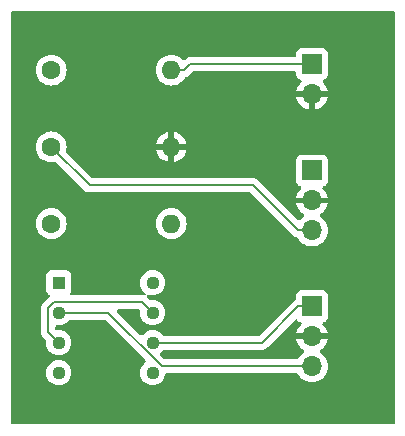
<source format=gbr>
%TF.GenerationSoftware,KiCad,Pcbnew,8.0.8*%
%TF.CreationDate,2025-02-03T10:46:48-05:00*%
%TF.ProjectId,CurrentDriverBoard,43757272-656e-4744-9472-69766572426f,rev?*%
%TF.SameCoordinates,Original*%
%TF.FileFunction,Copper,L2,Bot*%
%TF.FilePolarity,Positive*%
%FSLAX46Y46*%
G04 Gerber Fmt 4.6, Leading zero omitted, Abs format (unit mm)*
G04 Created by KiCad (PCBNEW 8.0.8) date 2025-02-03 10:46:48*
%MOMM*%
%LPD*%
G01*
G04 APERTURE LIST*
%TA.AperFunction,ComponentPad*%
%ADD10R,1.700000X1.700000*%
%TD*%
%TA.AperFunction,ComponentPad*%
%ADD11O,1.700000X1.700000*%
%TD*%
%TA.AperFunction,ComponentPad*%
%ADD12C,1.600000*%
%TD*%
%TA.AperFunction,ComponentPad*%
%ADD13O,1.600000X1.600000*%
%TD*%
%TA.AperFunction,ComponentPad*%
%ADD14R,1.130000X1.130000*%
%TD*%
%TA.AperFunction,ComponentPad*%
%ADD15C,1.130000*%
%TD*%
%TA.AperFunction,Conductor*%
%ADD16C,0.200000*%
%TD*%
G04 APERTURE END LIST*
D10*
%TO.P,J1,1,Pin_1*%
%TO.N,Net-(J1-Pin_1)*%
X160500000Y-93000000D03*
D11*
%TO.P,J1,2,Pin_2*%
%TO.N,Earth*%
X160500000Y-95540000D03*
%TO.P,J1,3,Pin_3*%
%TO.N,Net-(J1-Pin_3)*%
X160500000Y-98080000D03*
%TD*%
D12*
%TO.P,R3,1*%
%TO.N,Net-(R1-Pad1)*%
X138420000Y-86000000D03*
D13*
%TO.P,R3,2*%
%TO.N,Net-(U1-+)*%
X148580000Y-86000000D03*
%TD*%
D12*
%TO.P,R2,1*%
%TO.N,Net-(J2-Pin_3)*%
X138420000Y-79500000D03*
D13*
%TO.P,R2,2*%
%TO.N,Earth*%
X148580000Y-79500000D03*
%TD*%
D10*
%TO.P,J2,1,Pin_1*%
%TO.N,Net-(J1-Pin_3)*%
X160500000Y-81500000D03*
D11*
%TO.P,J2,2,Pin_2*%
%TO.N,Earth*%
X160500000Y-84040000D03*
%TO.P,J2,3,Pin_3*%
%TO.N,Net-(J2-Pin_3)*%
X160500000Y-86580000D03*
%TD*%
D12*
%TO.P,R1,1*%
%TO.N,Net-(R1-Pad1)*%
X138420000Y-73000000D03*
D13*
%TO.P,R1,2*%
%TO.N,Net-(J3-Pin_1)*%
X148580000Y-73000000D03*
%TD*%
D10*
%TO.P,J3,1,Pin_1*%
%TO.N,Net-(J3-Pin_1)*%
X160500000Y-72500000D03*
D11*
%TO.P,J3,2,Pin_2*%
%TO.N,Earth*%
X160500000Y-75040000D03*
%TD*%
D14*
%TO.P,U1,1,NULL*%
%TO.N,unconnected-(U1-NULL-Pad1)*%
X139060000Y-91000000D03*
D15*
%TO.P,U1,2,-*%
%TO.N,Net-(J1-Pin_3)*%
X139060000Y-93540000D03*
%TO.P,U1,3,+*%
%TO.N,Net-(U1-+)*%
X139060000Y-96080000D03*
%TO.P,U1,4,V-*%
%TO.N,unconnected-(U1-V--Pad4)*%
X139060000Y-98620000D03*
%TO.P,U1,5,NULL*%
%TO.N,unconnected-(U1-NULL-Pad5)*%
X147000000Y-98620000D03*
%TO.P,U1,6*%
%TO.N,Net-(J1-Pin_1)*%
X147000000Y-96080000D03*
%TO.P,U1,7,V+*%
%TO.N,Net-(U1-+)*%
X147000000Y-93540000D03*
%TO.P,U1,8,NC*%
%TO.N,unconnected-(U1-NC-Pad8)*%
X147000000Y-91000000D03*
%TD*%
D16*
%TO.N,Net-(J1-Pin_3)*%
X143233000Y-93540000D02*
X147773000Y-98080000D01*
X139060000Y-93540000D02*
X143233000Y-93540000D01*
X147773000Y-98080000D02*
X160500000Y-98080000D01*
%TO.N,Earth*%
X154142000Y-75040000D02*
X160500000Y-75040000D01*
X148580000Y-79500000D02*
X149682000Y-79500000D01*
X149682000Y-79500000D02*
X154142000Y-75040000D01*
%TO.N,Net-(J1-Pin_1)*%
X160500000Y-93000000D02*
X159348000Y-93000000D01*
X159348000Y-93000000D02*
X156268000Y-96080000D01*
X156268000Y-96080000D02*
X147000000Y-96080000D01*
%TO.N,Net-(J2-Pin_3)*%
X155518000Y-82750000D02*
X141670000Y-82750000D01*
X160500000Y-86580000D02*
X159348000Y-86580000D01*
X141670000Y-82750000D02*
X138420000Y-79500000D01*
X159348000Y-86580000D02*
X155518000Y-82750000D01*
%TO.N,Net-(J3-Pin_1)*%
X150182000Y-72500000D02*
X160500000Y-72500000D01*
X148580000Y-73000000D02*
X149682000Y-73000000D01*
X149682000Y-73000000D02*
X150182000Y-72500000D01*
%TO.N,Net-(U1-+)*%
X146121000Y-92661100D02*
X138640000Y-92661100D01*
X138170000Y-93131700D02*
X138170000Y-95189500D01*
X147000000Y-93540000D02*
X146121000Y-92661100D01*
X138170000Y-95189500D02*
X139060000Y-96080000D01*
X138640000Y-92661100D02*
X138170000Y-93131700D01*
%TD*%
%TA.AperFunction,Conductor*%
%TO.N,Earth*%
G36*
X159192662Y-94107086D02*
G01*
X159248593Y-94148955D01*
X159292454Y-94207546D01*
X159338643Y-94242123D01*
X159407664Y-94293793D01*
X159407671Y-94293797D01*
X159469902Y-94317007D01*
X159539598Y-94343002D01*
X159595531Y-94384873D01*
X159619949Y-94450337D01*
X159605098Y-94518610D01*
X159583947Y-94546865D01*
X159461886Y-94668926D01*
X159326400Y-94862420D01*
X159326399Y-94862422D01*
X159226570Y-95076507D01*
X159226567Y-95076513D01*
X159169364Y-95289999D01*
X159169364Y-95290000D01*
X160066988Y-95290000D01*
X160034075Y-95347007D01*
X160000000Y-95474174D01*
X160000000Y-95605826D01*
X160034075Y-95732993D01*
X160066988Y-95790000D01*
X159169364Y-95790000D01*
X159226567Y-96003486D01*
X159226570Y-96003492D01*
X159326399Y-96217578D01*
X159461894Y-96411082D01*
X159628917Y-96578105D01*
X159814595Y-96708119D01*
X159858219Y-96762696D01*
X159865412Y-96832195D01*
X159833890Y-96894549D01*
X159814595Y-96911269D01*
X159628594Y-97041508D01*
X159461506Y-97208596D01*
X159325965Y-97402170D01*
X159325962Y-97402175D01*
X159323289Y-97407909D01*
X159277115Y-97460346D01*
X159210909Y-97479500D01*
X148073098Y-97479500D01*
X148006059Y-97459815D01*
X147985417Y-97443181D01*
X147646323Y-97104087D01*
X147612838Y-97042764D01*
X147617822Y-96973072D01*
X147655339Y-96920553D01*
X147757067Y-96837067D01*
X147848353Y-96725834D01*
X147906098Y-96686501D01*
X147944206Y-96680500D01*
X156181331Y-96680500D01*
X156181347Y-96680501D01*
X156188943Y-96680501D01*
X156347054Y-96680501D01*
X156347057Y-96680501D01*
X156499785Y-96639577D01*
X156549904Y-96610639D01*
X156636716Y-96560520D01*
X156748520Y-96448716D01*
X156748520Y-96448714D01*
X156758728Y-96438507D01*
X156758729Y-96438504D01*
X159061649Y-94135585D01*
X159122970Y-94102102D01*
X159192662Y-94107086D01*
G37*
%TD.AperFunction*%
%TA.AperFunction,Conductor*%
G36*
X167442539Y-68020185D02*
G01*
X167488294Y-68072989D01*
X167499500Y-68124500D01*
X167499500Y-102875500D01*
X167479815Y-102942539D01*
X167427011Y-102988294D01*
X167375500Y-102999500D01*
X135124500Y-102999500D01*
X135057461Y-102979815D01*
X135011706Y-102927011D01*
X135000500Y-102875500D01*
X135000500Y-98620000D01*
X137989345Y-98620000D01*
X138009917Y-98828876D01*
X138070844Y-99029723D01*
X138169779Y-99214818D01*
X138169783Y-99214825D01*
X138302932Y-99377067D01*
X138465174Y-99510216D01*
X138465181Y-99510220D01*
X138650276Y-99609155D01*
X138650278Y-99609156D01*
X138851126Y-99670083D01*
X139060000Y-99690655D01*
X139268874Y-99670083D01*
X139469722Y-99609156D01*
X139654824Y-99510217D01*
X139817067Y-99377067D01*
X139950217Y-99214824D01*
X140049156Y-99029722D01*
X140110083Y-98828874D01*
X140130655Y-98620000D01*
X140110083Y-98411126D01*
X140049156Y-98210278D01*
X139979521Y-98080000D01*
X139950220Y-98025181D01*
X139950216Y-98025174D01*
X139817067Y-97862932D01*
X139654825Y-97729783D01*
X139654818Y-97729779D01*
X139469723Y-97630844D01*
X139268876Y-97569917D01*
X139060000Y-97549345D01*
X138851123Y-97569917D01*
X138650276Y-97630844D01*
X138465181Y-97729779D01*
X138465174Y-97729783D01*
X138302932Y-97862932D01*
X138169783Y-98025174D01*
X138169779Y-98025181D01*
X138070844Y-98210276D01*
X138009917Y-98411123D01*
X137989345Y-98620000D01*
X135000500Y-98620000D01*
X135000500Y-93053018D01*
X137569449Y-93053018D01*
X137569500Y-93132865D01*
X137569500Y-95187609D01*
X137569477Y-95268400D01*
X137569495Y-95268540D01*
X137589381Y-95342757D01*
X137589389Y-95342788D01*
X137610359Y-95421134D01*
X137610388Y-95421204D01*
X137610416Y-95421272D01*
X137649873Y-95489614D01*
X137649890Y-95489644D01*
X137689377Y-95558082D01*
X137689479Y-95558214D01*
X137689480Y-95558216D01*
X137746292Y-95615028D01*
X137746309Y-95615058D01*
X137746316Y-95615052D01*
X137967785Y-95836646D01*
X138001253Y-95897978D01*
X138003482Y-95936455D01*
X137989345Y-96079999D01*
X138009917Y-96288876D01*
X138070844Y-96489723D01*
X138169779Y-96674818D01*
X138169783Y-96674825D01*
X138302932Y-96837067D01*
X138465174Y-96970216D01*
X138465181Y-96970220D01*
X138598548Y-97041506D01*
X138650278Y-97069156D01*
X138851126Y-97130083D01*
X139060000Y-97150655D01*
X139268874Y-97130083D01*
X139469722Y-97069156D01*
X139654824Y-96970217D01*
X139817067Y-96837067D01*
X139950217Y-96674824D01*
X140049156Y-96489722D01*
X140110083Y-96288874D01*
X140130655Y-96080000D01*
X140110083Y-95871126D01*
X140049156Y-95670278D01*
X139978909Y-95538855D01*
X139950220Y-95485181D01*
X139950216Y-95485174D01*
X139817067Y-95322932D01*
X139654825Y-95189783D01*
X139654818Y-95189779D01*
X139469723Y-95090844D01*
X139268876Y-95029917D01*
X139060000Y-95009345D01*
X138917138Y-95023414D01*
X138848492Y-95010394D01*
X138817279Y-94987667D01*
X138806794Y-94977176D01*
X138773326Y-94915843D01*
X138770500Y-94889520D01*
X138770500Y-94718955D01*
X138790185Y-94651916D01*
X138842989Y-94606161D01*
X138906654Y-94595552D01*
X139060000Y-94610655D01*
X139268874Y-94590083D01*
X139469722Y-94529156D01*
X139654824Y-94430217D01*
X139817067Y-94297067D01*
X139908353Y-94185834D01*
X139966098Y-94146501D01*
X140004206Y-94140500D01*
X142932903Y-94140500D01*
X142999942Y-94160185D01*
X143020584Y-94176819D01*
X146400912Y-97557147D01*
X146434397Y-97618470D01*
X146429413Y-97688162D01*
X146391896Y-97740681D01*
X146242932Y-97862932D01*
X146109783Y-98025174D01*
X146109779Y-98025181D01*
X146010844Y-98210276D01*
X145949917Y-98411123D01*
X145929345Y-98620000D01*
X145949917Y-98828876D01*
X146010844Y-99029723D01*
X146109779Y-99214818D01*
X146109783Y-99214825D01*
X146242932Y-99377067D01*
X146405174Y-99510216D01*
X146405181Y-99510220D01*
X146590276Y-99609155D01*
X146590278Y-99609156D01*
X146791126Y-99670083D01*
X147000000Y-99690655D01*
X147208874Y-99670083D01*
X147409722Y-99609156D01*
X147594824Y-99510217D01*
X147757067Y-99377067D01*
X147890217Y-99214824D01*
X147989156Y-99029722D01*
X148050083Y-98828874D01*
X148053681Y-98792345D01*
X148079842Y-98727558D01*
X148136877Y-98687200D01*
X148177084Y-98680500D01*
X159210909Y-98680500D01*
X159277948Y-98700185D01*
X159323292Y-98752097D01*
X159325965Y-98757830D01*
X159461505Y-98951401D01*
X159628599Y-99118495D01*
X159725384Y-99186265D01*
X159822165Y-99254032D01*
X159822167Y-99254033D01*
X159822170Y-99254035D01*
X160036337Y-99353903D01*
X160264592Y-99415063D01*
X160452918Y-99431539D01*
X160499999Y-99435659D01*
X160500000Y-99435659D01*
X160500001Y-99435659D01*
X160539234Y-99432226D01*
X160735408Y-99415063D01*
X160963663Y-99353903D01*
X161177830Y-99254035D01*
X161371401Y-99118495D01*
X161538495Y-98951401D01*
X161674035Y-98757830D01*
X161773903Y-98543663D01*
X161835063Y-98315408D01*
X161855659Y-98080000D01*
X161835063Y-97844592D01*
X161773903Y-97616337D01*
X161674035Y-97402171D01*
X161674034Y-97402169D01*
X161538494Y-97208597D01*
X161371402Y-97041506D01*
X161371401Y-97041505D01*
X161185405Y-96911269D01*
X161141781Y-96856692D01*
X161134588Y-96787193D01*
X161166110Y-96724839D01*
X161185405Y-96708119D01*
X161371082Y-96578105D01*
X161538105Y-96411082D01*
X161673600Y-96217578D01*
X161773429Y-96003492D01*
X161773432Y-96003486D01*
X161830636Y-95790000D01*
X160933012Y-95790000D01*
X160965925Y-95732993D01*
X161000000Y-95605826D01*
X161000000Y-95474174D01*
X160965925Y-95347007D01*
X160933012Y-95290000D01*
X161830636Y-95290000D01*
X161830635Y-95289999D01*
X161773432Y-95076513D01*
X161773429Y-95076507D01*
X161673600Y-94862422D01*
X161673599Y-94862420D01*
X161538113Y-94668926D01*
X161538108Y-94668920D01*
X161416053Y-94546865D01*
X161382568Y-94485542D01*
X161387552Y-94415850D01*
X161429424Y-94359917D01*
X161460400Y-94343002D01*
X161592331Y-94293796D01*
X161707546Y-94207546D01*
X161793796Y-94092331D01*
X161844091Y-93957483D01*
X161850500Y-93897873D01*
X161850499Y-92102128D01*
X161844091Y-92042517D01*
X161843493Y-92040915D01*
X161793797Y-91907671D01*
X161793793Y-91907664D01*
X161707547Y-91792455D01*
X161707544Y-91792452D01*
X161592335Y-91706206D01*
X161592328Y-91706202D01*
X161457482Y-91655908D01*
X161457483Y-91655908D01*
X161397883Y-91649501D01*
X161397881Y-91649500D01*
X161397873Y-91649500D01*
X161397864Y-91649500D01*
X159602129Y-91649500D01*
X159602123Y-91649501D01*
X159542516Y-91655908D01*
X159407671Y-91706202D01*
X159407664Y-91706206D01*
X159292455Y-91792452D01*
X159292452Y-91792455D01*
X159206206Y-91907664D01*
X159206202Y-91907671D01*
X159155908Y-92042517D01*
X159149549Y-92101671D01*
X159149501Y-92102123D01*
X159149500Y-92102135D01*
X159149500Y-92349614D01*
X159129815Y-92416653D01*
X159087500Y-92457001D01*
X158979287Y-92519477D01*
X158979282Y-92519481D01*
X156055584Y-95443181D01*
X155994261Y-95476666D01*
X155967903Y-95479500D01*
X147944206Y-95479500D01*
X147877167Y-95459815D01*
X147848353Y-95434165D01*
X147840553Y-95424661D01*
X147823911Y-95404383D01*
X147757067Y-95322932D01*
X147594825Y-95189783D01*
X147594818Y-95189779D01*
X147409723Y-95090844D01*
X147208876Y-95029917D01*
X147000000Y-95009345D01*
X146791123Y-95029917D01*
X146590276Y-95090844D01*
X146405181Y-95189779D01*
X146405174Y-95189783D01*
X146242932Y-95322932D01*
X146159446Y-95424661D01*
X146101700Y-95463995D01*
X146031856Y-95465866D01*
X145975912Y-95433677D01*
X144015516Y-93473281D01*
X143982031Y-93411958D01*
X143987015Y-93342266D01*
X144028887Y-93286333D01*
X144094351Y-93261916D01*
X144103197Y-93261600D01*
X145819952Y-93261600D01*
X145886991Y-93281285D01*
X145932746Y-93334089D01*
X145943355Y-93397754D01*
X145929345Y-93540000D01*
X145949917Y-93748876D01*
X146010844Y-93949723D01*
X146109779Y-94134818D01*
X146109783Y-94134825D01*
X146242932Y-94297067D01*
X146405174Y-94430216D01*
X146405181Y-94430220D01*
X146508682Y-94485542D01*
X146590278Y-94529156D01*
X146791126Y-94590083D01*
X147000000Y-94610655D01*
X147208874Y-94590083D01*
X147409722Y-94529156D01*
X147594824Y-94430217D01*
X147757067Y-94297067D01*
X147890217Y-94134824D01*
X147989156Y-93949722D01*
X148050083Y-93748874D01*
X148070655Y-93540000D01*
X148050083Y-93331126D01*
X147989156Y-93130278D01*
X147907034Y-92976638D01*
X147890220Y-92945181D01*
X147890216Y-92945174D01*
X147757067Y-92782932D01*
X147594825Y-92649783D01*
X147594818Y-92649779D01*
X147409723Y-92550844D01*
X147208876Y-92489917D01*
X147000000Y-92469345D01*
X146856726Y-92483455D01*
X146788080Y-92470436D01*
X146756897Y-92447738D01*
X146551614Y-92242478D01*
X146521194Y-92212058D01*
X146487709Y-92150735D01*
X146492693Y-92081043D01*
X146534565Y-92025110D01*
X146600029Y-92000693D01*
X146644871Y-92005717D01*
X146755456Y-92039262D01*
X146791126Y-92050083D01*
X147000000Y-92070655D01*
X147208874Y-92050083D01*
X147409722Y-91989156D01*
X147594824Y-91890217D01*
X147757067Y-91757067D01*
X147890217Y-91594824D01*
X147989156Y-91409722D01*
X148050083Y-91208874D01*
X148070655Y-91000000D01*
X148050083Y-90791126D01*
X147989156Y-90590278D01*
X147890217Y-90405176D01*
X147890216Y-90405174D01*
X147757067Y-90242932D01*
X147594825Y-90109783D01*
X147594818Y-90109779D01*
X147409723Y-90010844D01*
X147208876Y-89949917D01*
X147000000Y-89929345D01*
X146791123Y-89949917D01*
X146590276Y-90010844D01*
X146405181Y-90109779D01*
X146405174Y-90109783D01*
X146242932Y-90242932D01*
X146109783Y-90405174D01*
X146109779Y-90405181D01*
X146010844Y-90590276D01*
X145949917Y-90791123D01*
X145929345Y-91000000D01*
X145949917Y-91208876D01*
X146010844Y-91409723D01*
X146109779Y-91594818D01*
X146109783Y-91594825D01*
X146242932Y-91757067D01*
X146369061Y-91860578D01*
X146408395Y-91918323D01*
X146410266Y-91988168D01*
X146374079Y-92047936D01*
X146311323Y-92078652D01*
X146258305Y-92076206D01*
X146200053Y-92060598D01*
X146200027Y-92060595D01*
X146200023Y-92060595D01*
X146129749Y-92060599D01*
X146112180Y-92060600D01*
X140126921Y-92060600D01*
X140059882Y-92040915D01*
X140014127Y-91988111D01*
X140004183Y-91918953D01*
X140027655Y-91862289D01*
X140068793Y-91807335D01*
X140068792Y-91807335D01*
X140068796Y-91807331D01*
X140119091Y-91672483D01*
X140125500Y-91612873D01*
X140125499Y-90387128D01*
X140119091Y-90327517D01*
X140087543Y-90242933D01*
X140068797Y-90192671D01*
X140068793Y-90192664D01*
X139982547Y-90077455D01*
X139982544Y-90077452D01*
X139867335Y-89991206D01*
X139867328Y-89991202D01*
X139732482Y-89940908D01*
X139732483Y-89940908D01*
X139672883Y-89934501D01*
X139672881Y-89934500D01*
X139672873Y-89934500D01*
X139672864Y-89934500D01*
X138447129Y-89934500D01*
X138447123Y-89934501D01*
X138387516Y-89940908D01*
X138252671Y-89991202D01*
X138252664Y-89991206D01*
X138137455Y-90077452D01*
X138137452Y-90077455D01*
X138051206Y-90192664D01*
X138051202Y-90192671D01*
X138000908Y-90327517D01*
X137994501Y-90387116D01*
X137994501Y-90387123D01*
X137994500Y-90387135D01*
X137994500Y-91612870D01*
X137994501Y-91612876D01*
X138000908Y-91672483D01*
X138051202Y-91807328D01*
X138051206Y-91807335D01*
X138113252Y-91890216D01*
X138137454Y-91922546D01*
X138246963Y-92004525D01*
X138288834Y-92060458D01*
X138293818Y-92130150D01*
X138260391Y-92191415D01*
X138239775Y-92212058D01*
X138216171Y-92235692D01*
X138159480Y-92292384D01*
X138154207Y-92297657D01*
X138153646Y-92298296D01*
X137746401Y-92706062D01*
X137689480Y-92762984D01*
X137689472Y-92762992D01*
X137689361Y-92763138D01*
X137689254Y-92763275D01*
X137650408Y-92830658D01*
X137650370Y-92830723D01*
X137610418Y-92899922D01*
X137610286Y-92900243D01*
X137610280Y-92900255D01*
X137589885Y-92976564D01*
X137589865Y-92976637D01*
X137569496Y-93052655D01*
X137569449Y-93053018D01*
X135000500Y-93053018D01*
X135000500Y-85999998D01*
X137114532Y-85999998D01*
X137114532Y-86000001D01*
X137134364Y-86226686D01*
X137134366Y-86226697D01*
X137193258Y-86446488D01*
X137193261Y-86446497D01*
X137289431Y-86652732D01*
X137289432Y-86652734D01*
X137419954Y-86839141D01*
X137580858Y-87000045D01*
X137580861Y-87000047D01*
X137767266Y-87130568D01*
X137973504Y-87226739D01*
X138193308Y-87285635D01*
X138355230Y-87299801D01*
X138419998Y-87305468D01*
X138420000Y-87305468D01*
X138420002Y-87305468D01*
X138476673Y-87300509D01*
X138646692Y-87285635D01*
X138866496Y-87226739D01*
X139072734Y-87130568D01*
X139259139Y-87000047D01*
X139420047Y-86839139D01*
X139550568Y-86652734D01*
X139646739Y-86446496D01*
X139705635Y-86226692D01*
X139725468Y-86000000D01*
X139725468Y-85999998D01*
X147274532Y-85999998D01*
X147274532Y-86000001D01*
X147294364Y-86226686D01*
X147294366Y-86226697D01*
X147353258Y-86446488D01*
X147353261Y-86446497D01*
X147449431Y-86652732D01*
X147449432Y-86652734D01*
X147579954Y-86839141D01*
X147740858Y-87000045D01*
X147740861Y-87000047D01*
X147927266Y-87130568D01*
X148133504Y-87226739D01*
X148353308Y-87285635D01*
X148515230Y-87299801D01*
X148579998Y-87305468D01*
X148580000Y-87305468D01*
X148580002Y-87305468D01*
X148636673Y-87300509D01*
X148806692Y-87285635D01*
X149026496Y-87226739D01*
X149232734Y-87130568D01*
X149419139Y-87000047D01*
X149580047Y-86839139D01*
X149710568Y-86652734D01*
X149806739Y-86446496D01*
X149865635Y-86226692D01*
X149885468Y-86000000D01*
X149865635Y-85773308D01*
X149806739Y-85553504D01*
X149710568Y-85347266D01*
X149580047Y-85160861D01*
X149580045Y-85160858D01*
X149419141Y-84999954D01*
X149232734Y-84869432D01*
X149232732Y-84869431D01*
X149026497Y-84773261D01*
X149026488Y-84773258D01*
X148806697Y-84714366D01*
X148806693Y-84714365D01*
X148806692Y-84714365D01*
X148806691Y-84714364D01*
X148806686Y-84714364D01*
X148580002Y-84694532D01*
X148579998Y-84694532D01*
X148353313Y-84714364D01*
X148353302Y-84714366D01*
X148133511Y-84773258D01*
X148133502Y-84773261D01*
X147927267Y-84869431D01*
X147927265Y-84869432D01*
X147740858Y-84999954D01*
X147579954Y-85160858D01*
X147449432Y-85347265D01*
X147449431Y-85347267D01*
X147353261Y-85553502D01*
X147353258Y-85553511D01*
X147294366Y-85773302D01*
X147294364Y-85773313D01*
X147274532Y-85999998D01*
X139725468Y-85999998D01*
X139705635Y-85773308D01*
X139646739Y-85553504D01*
X139550568Y-85347266D01*
X139420047Y-85160861D01*
X139420045Y-85160858D01*
X139259141Y-84999954D01*
X139072734Y-84869432D01*
X139072732Y-84869431D01*
X138866497Y-84773261D01*
X138866488Y-84773258D01*
X138646697Y-84714366D01*
X138646693Y-84714365D01*
X138646692Y-84714365D01*
X138646691Y-84714364D01*
X138646686Y-84714364D01*
X138420002Y-84694532D01*
X138419998Y-84694532D01*
X138193313Y-84714364D01*
X138193302Y-84714366D01*
X137973511Y-84773258D01*
X137973502Y-84773261D01*
X137767267Y-84869431D01*
X137767265Y-84869432D01*
X137580858Y-84999954D01*
X137419954Y-85160858D01*
X137289432Y-85347265D01*
X137289431Y-85347267D01*
X137193261Y-85553502D01*
X137193258Y-85553511D01*
X137134366Y-85773302D01*
X137134364Y-85773313D01*
X137114532Y-85999998D01*
X135000500Y-85999998D01*
X135000500Y-79499998D01*
X137114532Y-79499998D01*
X137114532Y-79500001D01*
X137134364Y-79726686D01*
X137134366Y-79726697D01*
X137193258Y-79946488D01*
X137193261Y-79946497D01*
X137289431Y-80152732D01*
X137289432Y-80152734D01*
X137419954Y-80339141D01*
X137580858Y-80500045D01*
X137580861Y-80500047D01*
X137767266Y-80630568D01*
X137973504Y-80726739D01*
X138193308Y-80785635D01*
X138355230Y-80799801D01*
X138419998Y-80805468D01*
X138420000Y-80805468D01*
X138420002Y-80805468D01*
X138476673Y-80800509D01*
X138646692Y-80785635D01*
X138742932Y-80759847D01*
X138812781Y-80761510D01*
X138862706Y-80791941D01*
X141185139Y-83114374D01*
X141185149Y-83114385D01*
X141189479Y-83118715D01*
X141189480Y-83118716D01*
X141301284Y-83230520D01*
X141388095Y-83280639D01*
X141388097Y-83280641D01*
X141426151Y-83302611D01*
X141438215Y-83309577D01*
X141590943Y-83350500D01*
X141749057Y-83350500D01*
X155217903Y-83350500D01*
X155284942Y-83370185D01*
X155305584Y-83386819D01*
X158863139Y-86944374D01*
X158863149Y-86944385D01*
X158867479Y-86948715D01*
X158867480Y-86948716D01*
X158979284Y-87060520D01*
X159066095Y-87110639D01*
X159066097Y-87110641D01*
X159116213Y-87139576D01*
X159116215Y-87139577D01*
X159237049Y-87171954D01*
X159296707Y-87208318D01*
X159317333Y-87239320D01*
X159325965Y-87257830D01*
X159325966Y-87257832D01*
X159325967Y-87257833D01*
X159325967Y-87257834D01*
X159434281Y-87412521D01*
X159461505Y-87451401D01*
X159628599Y-87618495D01*
X159725384Y-87686265D01*
X159822165Y-87754032D01*
X159822167Y-87754033D01*
X159822170Y-87754035D01*
X160036337Y-87853903D01*
X160264592Y-87915063D01*
X160452918Y-87931539D01*
X160499999Y-87935659D01*
X160500000Y-87935659D01*
X160500001Y-87935659D01*
X160539234Y-87932226D01*
X160735408Y-87915063D01*
X160963663Y-87853903D01*
X161177830Y-87754035D01*
X161371401Y-87618495D01*
X161538495Y-87451401D01*
X161674035Y-87257830D01*
X161773903Y-87043663D01*
X161835063Y-86815408D01*
X161855659Y-86580000D01*
X161835063Y-86344592D01*
X161773903Y-86116337D01*
X161674035Y-85902171D01*
X161583801Y-85773302D01*
X161538494Y-85708597D01*
X161371402Y-85541506D01*
X161371401Y-85541505D01*
X161185405Y-85411269D01*
X161141781Y-85356692D01*
X161134588Y-85287193D01*
X161166110Y-85224839D01*
X161185405Y-85208119D01*
X161371082Y-85078105D01*
X161538105Y-84911082D01*
X161673600Y-84717578D01*
X161773429Y-84503492D01*
X161773432Y-84503486D01*
X161830636Y-84290000D01*
X160933012Y-84290000D01*
X160965925Y-84232993D01*
X161000000Y-84105826D01*
X161000000Y-83974174D01*
X160965925Y-83847007D01*
X160933012Y-83790000D01*
X161830636Y-83790000D01*
X161830635Y-83789999D01*
X161773432Y-83576513D01*
X161773429Y-83576507D01*
X161673600Y-83362422D01*
X161673599Y-83362420D01*
X161538113Y-83168926D01*
X161538108Y-83168920D01*
X161416053Y-83046865D01*
X161382568Y-82985542D01*
X161387552Y-82915850D01*
X161429424Y-82859917D01*
X161460400Y-82843002D01*
X161592331Y-82793796D01*
X161707546Y-82707546D01*
X161793796Y-82592331D01*
X161844091Y-82457483D01*
X161850500Y-82397873D01*
X161850499Y-80602128D01*
X161844091Y-80542517D01*
X161828105Y-80499657D01*
X161793797Y-80407671D01*
X161793793Y-80407664D01*
X161707547Y-80292455D01*
X161707544Y-80292452D01*
X161592335Y-80206206D01*
X161592328Y-80206202D01*
X161457482Y-80155908D01*
X161457483Y-80155908D01*
X161397883Y-80149501D01*
X161397881Y-80149500D01*
X161397873Y-80149500D01*
X161397864Y-80149500D01*
X159602129Y-80149500D01*
X159602123Y-80149501D01*
X159542516Y-80155908D01*
X159407671Y-80206202D01*
X159407664Y-80206206D01*
X159292455Y-80292452D01*
X159292452Y-80292455D01*
X159206206Y-80407664D01*
X159206202Y-80407671D01*
X159155908Y-80542517D01*
X159149501Y-80602116D01*
X159149501Y-80602123D01*
X159149500Y-80602135D01*
X159149500Y-82397870D01*
X159149501Y-82397876D01*
X159155908Y-82457483D01*
X159206202Y-82592328D01*
X159206206Y-82592335D01*
X159292452Y-82707544D01*
X159292455Y-82707547D01*
X159407664Y-82793793D01*
X159407671Y-82793797D01*
X159407674Y-82793798D01*
X159539598Y-82843002D01*
X159595531Y-82884873D01*
X159619949Y-82950337D01*
X159605098Y-83018610D01*
X159583947Y-83046865D01*
X159461886Y-83168926D01*
X159326400Y-83362420D01*
X159326399Y-83362422D01*
X159226570Y-83576507D01*
X159226567Y-83576513D01*
X159169364Y-83789999D01*
X159169364Y-83790000D01*
X160066988Y-83790000D01*
X160034075Y-83847007D01*
X160000000Y-83974174D01*
X160000000Y-84105826D01*
X160034075Y-84232993D01*
X160066988Y-84290000D01*
X159169364Y-84290000D01*
X159226567Y-84503486D01*
X159226570Y-84503492D01*
X159326399Y-84717578D01*
X159461894Y-84911082D01*
X159628917Y-85078105D01*
X159814595Y-85208119D01*
X159858219Y-85262696D01*
X159865412Y-85332195D01*
X159833890Y-85394549D01*
X159814595Y-85411269D01*
X159628594Y-85541508D01*
X159481350Y-85688753D01*
X159420027Y-85722238D01*
X159350335Y-85717254D01*
X159305988Y-85688753D01*
X156005590Y-82388355D01*
X156005588Y-82388352D01*
X155886717Y-82269481D01*
X155886716Y-82269480D01*
X155799904Y-82219360D01*
X155799904Y-82219359D01*
X155799900Y-82219358D01*
X155749785Y-82190423D01*
X155597057Y-82149499D01*
X155438943Y-82149499D01*
X155431347Y-82149499D01*
X155431331Y-82149500D01*
X141970097Y-82149500D01*
X141903058Y-82129815D01*
X141882416Y-82113181D01*
X139711941Y-79942706D01*
X139678456Y-79881383D01*
X139679847Y-79822931D01*
X139680611Y-79820080D01*
X139705635Y-79726692D01*
X139725468Y-79500000D01*
X139705635Y-79273308D01*
X139699389Y-79249999D01*
X147301127Y-79249999D01*
X147301128Y-79250000D01*
X148264314Y-79250000D01*
X148259920Y-79254394D01*
X148207259Y-79345606D01*
X148180000Y-79447339D01*
X148180000Y-79552661D01*
X148207259Y-79654394D01*
X148259920Y-79745606D01*
X148264314Y-79750000D01*
X147301128Y-79750000D01*
X147353730Y-79946317D01*
X147353734Y-79946326D01*
X147449865Y-80152482D01*
X147580342Y-80338820D01*
X147741179Y-80499657D01*
X147927517Y-80630134D01*
X148133673Y-80726265D01*
X148133682Y-80726269D01*
X148329999Y-80778872D01*
X148330000Y-80778871D01*
X148330000Y-79815686D01*
X148334394Y-79820080D01*
X148425606Y-79872741D01*
X148527339Y-79900000D01*
X148632661Y-79900000D01*
X148734394Y-79872741D01*
X148825606Y-79820080D01*
X148830000Y-79815686D01*
X148830000Y-80778872D01*
X149026317Y-80726269D01*
X149026326Y-80726265D01*
X149232482Y-80630134D01*
X149418820Y-80499657D01*
X149579657Y-80338820D01*
X149710134Y-80152482D01*
X149806265Y-79946326D01*
X149806269Y-79946317D01*
X149858872Y-79750000D01*
X148895686Y-79750000D01*
X148900080Y-79745606D01*
X148952741Y-79654394D01*
X148980000Y-79552661D01*
X148980000Y-79447339D01*
X148952741Y-79345606D01*
X148900080Y-79254394D01*
X148895686Y-79250000D01*
X149858872Y-79250000D01*
X149858872Y-79249999D01*
X149806269Y-79053682D01*
X149806265Y-79053673D01*
X149710134Y-78847517D01*
X149579657Y-78661179D01*
X149418820Y-78500342D01*
X149232482Y-78369865D01*
X149026328Y-78273734D01*
X148830000Y-78221127D01*
X148830000Y-79184314D01*
X148825606Y-79179920D01*
X148734394Y-79127259D01*
X148632661Y-79100000D01*
X148527339Y-79100000D01*
X148425606Y-79127259D01*
X148334394Y-79179920D01*
X148330000Y-79184314D01*
X148330000Y-78221127D01*
X148133671Y-78273734D01*
X147927517Y-78369865D01*
X147741179Y-78500342D01*
X147580342Y-78661179D01*
X147449865Y-78847517D01*
X147353734Y-79053673D01*
X147353730Y-79053682D01*
X147301127Y-79249999D01*
X139699389Y-79249999D01*
X139646739Y-79053504D01*
X139550568Y-78847266D01*
X139420047Y-78660861D01*
X139420045Y-78660858D01*
X139259141Y-78499954D01*
X139072734Y-78369432D01*
X139072732Y-78369431D01*
X138866497Y-78273261D01*
X138866488Y-78273258D01*
X138646697Y-78214366D01*
X138646693Y-78214365D01*
X138646692Y-78214365D01*
X138646691Y-78214364D01*
X138646686Y-78214364D01*
X138420002Y-78194532D01*
X138419998Y-78194532D01*
X138193313Y-78214364D01*
X138193302Y-78214366D01*
X137973511Y-78273258D01*
X137973502Y-78273261D01*
X137767267Y-78369431D01*
X137767265Y-78369432D01*
X137580858Y-78499954D01*
X137419954Y-78660858D01*
X137289432Y-78847265D01*
X137289431Y-78847267D01*
X137193261Y-79053502D01*
X137193258Y-79053511D01*
X137134366Y-79273302D01*
X137134364Y-79273313D01*
X137114532Y-79499998D01*
X135000500Y-79499998D01*
X135000500Y-72999998D01*
X137114532Y-72999998D01*
X137114532Y-73000001D01*
X137134364Y-73226686D01*
X137134366Y-73226697D01*
X137193258Y-73446488D01*
X137193261Y-73446497D01*
X137289431Y-73652732D01*
X137289432Y-73652734D01*
X137419954Y-73839141D01*
X137580858Y-74000045D01*
X137580861Y-74000047D01*
X137767266Y-74130568D01*
X137973504Y-74226739D01*
X138193308Y-74285635D01*
X138355230Y-74299801D01*
X138419998Y-74305468D01*
X138420000Y-74305468D01*
X138420002Y-74305468D01*
X138476673Y-74300509D01*
X138646692Y-74285635D01*
X138866496Y-74226739D01*
X139072734Y-74130568D01*
X139259139Y-74000047D01*
X139420047Y-73839139D01*
X139550568Y-73652734D01*
X139646739Y-73446496D01*
X139705635Y-73226692D01*
X139725468Y-73000000D01*
X139725468Y-72999998D01*
X147274532Y-72999998D01*
X147274532Y-73000001D01*
X147294364Y-73226686D01*
X147294366Y-73226697D01*
X147353258Y-73446488D01*
X147353261Y-73446497D01*
X147449431Y-73652732D01*
X147449432Y-73652734D01*
X147579954Y-73839141D01*
X147740858Y-74000045D01*
X147740861Y-74000047D01*
X147927266Y-74130568D01*
X148133504Y-74226739D01*
X148353308Y-74285635D01*
X148515230Y-74299801D01*
X148579998Y-74305468D01*
X148580000Y-74305468D01*
X148580002Y-74305468D01*
X148636673Y-74300509D01*
X148806692Y-74285635D01*
X149026496Y-74226739D01*
X149232734Y-74130568D01*
X149419139Y-74000047D01*
X149580047Y-73839139D01*
X149710568Y-73652734D01*
X149710571Y-73652726D01*
X149711316Y-73651437D01*
X149711796Y-73650978D01*
X149713673Y-73648299D01*
X149714211Y-73648675D01*
X149761878Y-73603216D01*
X149786604Y-73593655D01*
X149913785Y-73559577D01*
X149963904Y-73530639D01*
X150050716Y-73480520D01*
X150162520Y-73368716D01*
X150162521Y-73368714D01*
X150394418Y-73136816D01*
X150455740Y-73103334D01*
X150482098Y-73100500D01*
X159025501Y-73100500D01*
X159092540Y-73120185D01*
X159138295Y-73172989D01*
X159149501Y-73224500D01*
X159149501Y-73397876D01*
X159155908Y-73457483D01*
X159206202Y-73592328D01*
X159206206Y-73592335D01*
X159292452Y-73707544D01*
X159292455Y-73707547D01*
X159407664Y-73793793D01*
X159407671Y-73793797D01*
X159407674Y-73793798D01*
X159539598Y-73843002D01*
X159595531Y-73884873D01*
X159619949Y-73950337D01*
X159605098Y-74018610D01*
X159583947Y-74046865D01*
X159461886Y-74168926D01*
X159326400Y-74362420D01*
X159326399Y-74362422D01*
X159226570Y-74576507D01*
X159226567Y-74576513D01*
X159169364Y-74789999D01*
X159169364Y-74790000D01*
X160066988Y-74790000D01*
X160034075Y-74847007D01*
X160000000Y-74974174D01*
X160000000Y-75105826D01*
X160034075Y-75232993D01*
X160066988Y-75290000D01*
X159169364Y-75290000D01*
X159226567Y-75503486D01*
X159226570Y-75503492D01*
X159326399Y-75717578D01*
X159461894Y-75911082D01*
X159628917Y-76078105D01*
X159822421Y-76213600D01*
X160036507Y-76313429D01*
X160036516Y-76313433D01*
X160250000Y-76370634D01*
X160250000Y-75473012D01*
X160307007Y-75505925D01*
X160434174Y-75540000D01*
X160565826Y-75540000D01*
X160692993Y-75505925D01*
X160750000Y-75473012D01*
X160750000Y-76370633D01*
X160963483Y-76313433D01*
X160963492Y-76313429D01*
X161177578Y-76213600D01*
X161371082Y-76078105D01*
X161538105Y-75911082D01*
X161673600Y-75717578D01*
X161773429Y-75503492D01*
X161773432Y-75503486D01*
X161830636Y-75290000D01*
X160933012Y-75290000D01*
X160965925Y-75232993D01*
X161000000Y-75105826D01*
X161000000Y-74974174D01*
X160965925Y-74847007D01*
X160933012Y-74790000D01*
X161830636Y-74790000D01*
X161830635Y-74789999D01*
X161773432Y-74576513D01*
X161773429Y-74576507D01*
X161673600Y-74362422D01*
X161673599Y-74362420D01*
X161538113Y-74168926D01*
X161538108Y-74168920D01*
X161416053Y-74046865D01*
X161382568Y-73985542D01*
X161387552Y-73915850D01*
X161429424Y-73859917D01*
X161460400Y-73843002D01*
X161592331Y-73793796D01*
X161707546Y-73707546D01*
X161793796Y-73592331D01*
X161844091Y-73457483D01*
X161850500Y-73397873D01*
X161850499Y-71602128D01*
X161844091Y-71542517D01*
X161793796Y-71407669D01*
X161793795Y-71407668D01*
X161793793Y-71407664D01*
X161707547Y-71292455D01*
X161707544Y-71292452D01*
X161592335Y-71206206D01*
X161592328Y-71206202D01*
X161457482Y-71155908D01*
X161457483Y-71155908D01*
X161397883Y-71149501D01*
X161397881Y-71149500D01*
X161397873Y-71149500D01*
X161397864Y-71149500D01*
X159602129Y-71149500D01*
X159602123Y-71149501D01*
X159542516Y-71155908D01*
X159407671Y-71206202D01*
X159407664Y-71206206D01*
X159292455Y-71292452D01*
X159292452Y-71292455D01*
X159206206Y-71407664D01*
X159206202Y-71407671D01*
X159155908Y-71542517D01*
X159149501Y-71602116D01*
X159149501Y-71602123D01*
X159149500Y-71602135D01*
X159149500Y-71775500D01*
X159129815Y-71842539D01*
X159077011Y-71888294D01*
X159025500Y-71899500D01*
X150268670Y-71899500D01*
X150268654Y-71899499D01*
X150261058Y-71899499D01*
X150102943Y-71899499D01*
X150026579Y-71919961D01*
X149950214Y-71940423D01*
X149950209Y-71940426D01*
X149813290Y-72019475D01*
X149813286Y-72019478D01*
X149813284Y-72019480D01*
X149713654Y-72119108D01*
X149652333Y-72152592D01*
X149582641Y-72147608D01*
X149538294Y-72119107D01*
X149419141Y-71999954D01*
X149232734Y-71869432D01*
X149232732Y-71869431D01*
X149026497Y-71773261D01*
X149026488Y-71773258D01*
X148806697Y-71714366D01*
X148806693Y-71714365D01*
X148806692Y-71714365D01*
X148806691Y-71714364D01*
X148806686Y-71714364D01*
X148580002Y-71694532D01*
X148579998Y-71694532D01*
X148353313Y-71714364D01*
X148353302Y-71714366D01*
X148133511Y-71773258D01*
X148133502Y-71773261D01*
X147927267Y-71869431D01*
X147927265Y-71869432D01*
X147740858Y-71999954D01*
X147579954Y-72160858D01*
X147449432Y-72347265D01*
X147449431Y-72347267D01*
X147353261Y-72553502D01*
X147353258Y-72553511D01*
X147294366Y-72773302D01*
X147294364Y-72773313D01*
X147274532Y-72999998D01*
X139725468Y-72999998D01*
X139705635Y-72773308D01*
X139646739Y-72553504D01*
X139550568Y-72347266D01*
X139420047Y-72160861D01*
X139420045Y-72160858D01*
X139259141Y-71999954D01*
X139072734Y-71869432D01*
X139072732Y-71869431D01*
X138866497Y-71773261D01*
X138866488Y-71773258D01*
X138646697Y-71714366D01*
X138646693Y-71714365D01*
X138646692Y-71714365D01*
X138646691Y-71714364D01*
X138646686Y-71714364D01*
X138420002Y-71694532D01*
X138419998Y-71694532D01*
X138193313Y-71714364D01*
X138193302Y-71714366D01*
X137973511Y-71773258D01*
X137973502Y-71773261D01*
X137767267Y-71869431D01*
X137767265Y-71869432D01*
X137580858Y-71999954D01*
X137419954Y-72160858D01*
X137289432Y-72347265D01*
X137289431Y-72347267D01*
X137193261Y-72553502D01*
X137193258Y-72553511D01*
X137134366Y-72773302D01*
X137134364Y-72773313D01*
X137114532Y-72999998D01*
X135000500Y-72999998D01*
X135000500Y-68124500D01*
X135020185Y-68057461D01*
X135072989Y-68011706D01*
X135124500Y-68000500D01*
X167375500Y-68000500D01*
X167442539Y-68020185D01*
G37*
%TD.AperFunction*%
%TD*%
M02*

</source>
